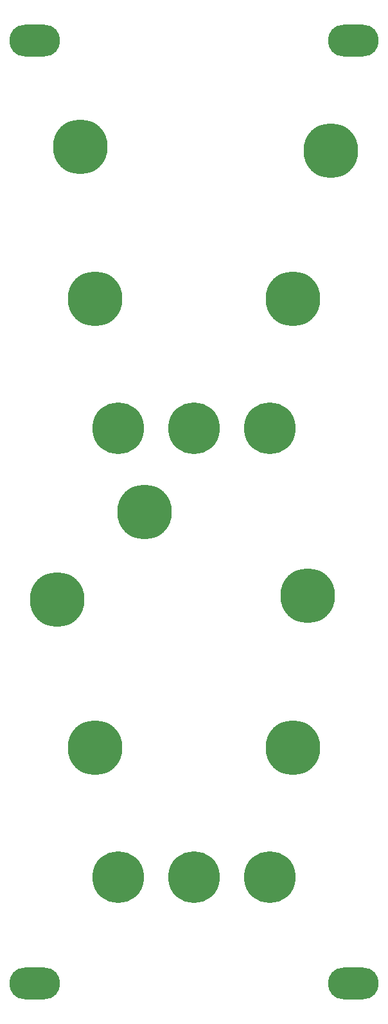
<source format=gbl>
G04 #@! TF.GenerationSoftware,KiCad,Pcbnew,(6.0.1)*
G04 #@! TF.CreationDate,2022-02-07T13:44:59+01:00*
G04 #@! TF.ProjectId,MS20-VCF,4d533230-2d56-4434-962e-6b696361645f,rev?*
G04 #@! TF.SameCoordinates,Original*
G04 #@! TF.FileFunction,Copper,L2,Bot*
G04 #@! TF.FilePolarity,Positive*
%FSLAX46Y46*%
G04 Gerber Fmt 4.6, Leading zero omitted, Abs format (unit mm)*
G04 Created by KiCad (PCBNEW (6.0.1)) date 2022-02-07 13:44:59*
%MOMM*%
%LPD*%
G01*
G04 APERTURE LIST*
G04 #@! TA.AperFunction,ComponentPad*
%ADD10O,6.700000X4.200000*%
G04 #@! TD*
G04 #@! TA.AperFunction,ViaPad*
%ADD11C,7.200000*%
G04 #@! TD*
G04 #@! TA.AperFunction,ViaPad*
%ADD12C,6.800000*%
G04 #@! TD*
G04 APERTURE END LIST*
D10*
X186000000Y-29500000D03*
X228000000Y-29500000D03*
X228000000Y-153500000D03*
X186000000Y-153500000D03*
D11*
X200500000Y-91500000D03*
D12*
X197000000Y-80500000D03*
X207000000Y-80500000D03*
X217000000Y-80500000D03*
D11*
X225000000Y-44000000D03*
X189000000Y-103000000D03*
X220000000Y-122500000D03*
X194000000Y-122500000D03*
X222000000Y-102500000D03*
D12*
X207000000Y-139500000D03*
X197000000Y-139500000D03*
X217000000Y-139500000D03*
D11*
X220000000Y-63500000D03*
X194000000Y-63500000D03*
X192000000Y-43500000D03*
M02*

</source>
